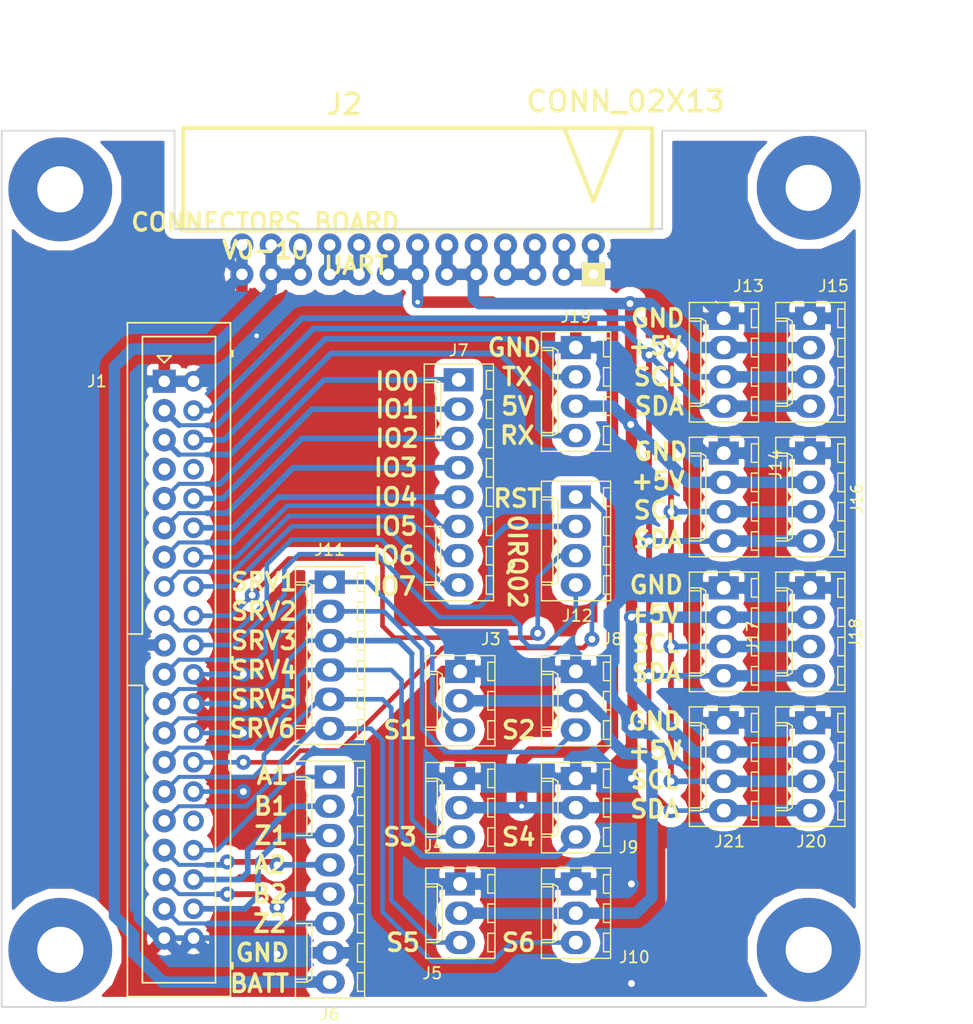
<source format=kicad_pcb>
(kicad_pcb (version 4) (host pcbnew 4.0.6)
  (title_block (title "CONNECTORS BOARD") (date 2017-11-19) (rev V0.20) (company F4DEB))
  (layers (0 F.Cu signal) (31 B.Cu signal) (34 B.Paste user) (35 F.Paste user) (36 B.SilkS user) (37 F.SilkS user) (38 B.Mask user) (39 F.Mask user) (44 Edge.Cuts user))
  (net 0 "")
  (net 1 GND)
  (net 2 /SDA)
  (net 3 /SCL)
  (net 4 /RX)
  (net 5 /TX)
  (net 6 "Net-(J1-Pad7)")
  (net 7 "Net-(J1-Pad8)")
  (net 8 /IO0)
  (net 9 /IO1)
  (net 10 /IO2)
  (net 11 /IO3)
  (net 12 /IO4)
  (net 13 /IO5)
  (net 14 /IO6)
  (net 15 /IO7)
  (net 16 /IRQ1)
  (net 17 /IRQ2)
  (net 18 /SERV1)
  (net 19 /SERV2)
  (net 20 /SERV3)
  (net 21 /SERV4)
  (net 22 /RST)
  (net 23 /SERV5)
  (net 24 /SERV6)
  (net 25 "Net-(J1-Pad32)")
  (net 26 /A2)
  (net 27 /A1)
  (net 28 /B2)
  (net 29 /B1)
  (net 30 /Z2)
  (net 31 /Z1)
  (net 32 +BATT)
  (net 33 +12V)
  (net 34 +5VA)
  (net 35 +5V)
  (net 36 +3V3)
  (net 37 /IRQ0)
  (net 38 "Net-(K1-Pad1)")
  (net 39 "Net-(K2-Pad1)")
  (net 40 "Net-(K3-Pad1)")
  (net 41 "Net-(K4-Pad1)")
  (module Connectors_Molex:Molex_KK-6410-03_03x2.54mm_Straight (layer F.Cu) (at 145.923 119.634 270)
    (fp_text reference J10 (at 6.35 -5.08 360) (layer F.SilkS))
    (fp_text value CONN_01X03 hide)
    (pad 1 thru_hole rect (at 0 0 270) (size 2 2.6) (drill 1.2) (layers *.Cu *.Mask) (net 1 GND))
    (pad 2 thru_hole oval (at 2.54 0 270) (size 2 2.6) (drill 1.2) (layers *.Cu *.Mask) (net 34 +5VA))
    (pad 3 thru_hole oval (at 5.08 0 270) (size 2 2.6) (drill 1.2) (layers *.Cu *.Mask) (net 24 /SERV6))
  )
  (module Connectors_Molex:Molex_KK-6410-03_03x2.54mm_Straight (layer F.Cu) (at 135.89 110.49 270)
    (fp_text reference J4 (at 5.842 2.286 360) (layer F.SilkS))
    (fp_text value CONN_01X03 hide)
    (pad 1 thru_hole rect (at 0 0 270) (size 2 2.6) (drill 1.2) (layers *.Cu *.Mask) (net 1 GND))
    (pad 2 thru_hole oval (at 2.54 0 270) (size 2 2.6) (drill 1.2) (layers *.Cu *.Mask) (net 34 +5VA))
    (pad 3 thru_hole oval (at 5.08 0 270) (size 2 2.6) (drill 1.2) (layers *.Cu *.Mask) (net 20 /SERV3))
  )
  (module Connectors_Molex:Molex_KK-6410-03_03x2.54mm_Straight (layer F.Cu) (at 145.923 110.49 270)
    (fp_text reference J9 (at 5.969 -4.572 360) (layer F.SilkS))
    (fp_text value CONN_01X03 hide)
    (pad 1 thru_hole rect (at 0 0 270) (size 2 2.6) (drill 1.2) (layers *.Cu *.Mask) (net 1 GND))
    (pad 2 thru_hole oval (at 2.54 0 270) (size 2 2.6) (drill 1.2) (layers *.Cu *.Mask) (net 34 +5VA))
    (pad 3 thru_hole oval (at 5.08 0 270) (size 2 2.6) (drill 1.2) (layers *.Cu *.Mask) (net 21 /SERV4))
  )
  (module f4deb-mod-library:he10-26c-f (layer F.Cu) (at 147.447 66.802)
    (fp_text reference J2 (at -21.59 -14.732) (layer F.SilkS) (effects (font (size 1.778 1.778) (thickness 0.3048))))
    (fp_text value CONN_02X13 (at 2.794 -14.986 180) (layer F.SilkS) (effects (font (size 1.778 1.778) (thickness 0.3048))))
    (pad 1 thru_hole rect (at 0 0 180) (size 2 2) (drill 0.8128) (layers *.Cu *.Mask F.SilkS) (net 1 GND))
    (pad 2 thru_hole circle (at 0 -2.54) (size 2 2) (drill 1) (layers *.Cu *.Mask) (net 1 GND))
    (pad 3 thru_hole circle (at -2.54 0) (size 2 2) (drill 1) (layers *.Cu *.Mask) (net 1 GND))
    (pad 4 thru_hole circle (at -2.54 -2.54) (size 2 2) (drill 1) (layers *.Cu *.Mask) (net 1 GND))
    (pad 5 thru_hole circle (at -5.08 0) (size 2 2) (drill 1) (layers *.Cu *.Mask) (net 36 +3V3))
    (pad 6 thru_hole circle (at -5.08 -2.54) (size 2 2) (drill 1) (layers *.Cu *.Mask) (net 36 +3V3))
    (pad 7 thru_hole circle (at -7.62 0) (size 2 2) (drill 1) (layers *.Cu *.Mask) (net 36 +3V3))
    (pad 8 thru_hole circle (at -7.62 -2.54) (size 2 2) (drill 1) (layers *.Cu *.Mask) (net 36 +3V3))
    (pad 9 thru_hole circle (at -10.16 0) (size 2 2) (drill 1) (layers *.Cu *.Mask) (net 35 +5V))
    (pad 10 thru_hole circle (at -10.16 -2.54) (size 2 2) (drill 1) (layers *.Cu *.Mask) (net 35 +5V))
    (pad 11 thru_hole circle (at -12.7 0) (size 2 2) (drill 1) (layers *.Cu *.Mask) (net 35 +5V))
    (pad 12 thru_hole circle (at -12.7 -2.54) (size 2 2) (drill 1) (layers *.Cu *.Mask) (net 35 +5V))
    (pad 13 thru_hole circle (at -15.24 0) (size 2 2) (drill 1) (layers *.Cu *.Mask) (net 34 +5VA))
    (pad 14 thru_hole circle (at -15.24 -2.54) (size 2 2) (drill 1) (layers *.Cu *.Mask) (net 34 +5VA))
    (pad 15 thru_hole circle (at -17.78 0) (size 2 2) (drill 1) (layers *.Cu *.Mask) (net 34 +5VA))
    (pad 16 thru_hole circle (at -17.78 -2.54) (size 2 2) (drill 1) (layers *.Cu *.Mask) (net 34 +5VA))
    (pad 17 thru_hole circle (at -20.32 0) (size 2 2) (drill 1) (layers *.Cu *.Mask) (net 33 +12V))
    (pad 18 thru_hole circle (at -20.32 -2.54) (size 2 2) (drill 1) (layers *.Cu *.Mask) (net 33 +12V))
    (pad 19 thru_hole circle (at -22.86 0) (size 2 2) (drill 1) (layers *.Cu *.Mask) (net 33 +12V))
    (pad 20 thru_hole circle (at -22.86 -2.54) (size 2 2) (drill 1) (layers *.Cu *.Mask) (net 33 +12V))
    (pad 21 thru_hole circle (at -25.4 0) (size 2 2) (drill 1) (layers *.Cu *.Mask) (net 32 +BATT))
    (pad 22 thru_hole circle (at -25.4 -2.54) (size 2 2) (drill 1) (layers *.Cu *.Mask) (net 32 +BATT))
    (pad 23 thru_hole circle (at -27.94 0) (size 2 2) (drill 1) (layers *.Cu *.Mask) (net 32 +BATT))
    (pad 24 thru_hole circle (at -27.94 -2.54) (size 2 2) (drill 1) (layers *.Cu *.Mask) (net 32 +BATT))
    (pad 25 thru_hole circle (at -30.48 0) (size 2 2) (drill 1) (layers *.Cu *.Mask) (net 1 GND))
    (pad 26 thru_hole circle (at -30.48 -2.54) (size 2 2) (drill 1) (layers *.Cu *.Mask) (net 1 GND))
  )
  (module Connectors_Molex:Molex_KK-6410-08_08x2.54mm_Straight (layer F.Cu) (at 124.587 110.363 270)
    (fp_text reference J6 (at 20.574 0 360) (layer F.SilkS))
    (fp_text value CONN_01X08 hide)
    (pad 1 thru_hole rect (at 0 0 270) (size 2 2.6) (drill 1.2) (layers *.Cu *.Mask) (net 27 /A1))
    (pad 2 thru_hole oval (at 2.54 0 270) (size 2 2.6) (drill 1.2) (layers *.Cu *.Mask) (net 29 /B1))
    (pad 3 thru_hole oval (at 5.08 0 270) (size 2 2.6) (drill 1.2) (layers *.Cu *.Mask) (net 31 /Z1))
    (pad 4 thru_hole oval (at 7.62 0 270) (size 2 2.6) (drill 1.2) (layers *.Cu *.Mask) (net 26 /A2))
    (pad 5 thru_hole oval (at 10.16 0 270) (size 2 2.6) (drill 1.2) (layers *.Cu *.Mask) (net 28 /B2))
    (pad 6 thru_hole oval (at 12.7 0 270) (size 2 2.6) (drill 1.2) (layers *.Cu *.Mask) (net 30 /Z2))
    (pad 7 thru_hole oval (at 15.24 0 270) (size 2 2.6) (drill 1.2) (layers *.Cu *.Mask) (net 1 GND))
    (pad 8 thru_hole oval (at 17.78 0 270) (size 2 2.6) (drill 1.2) (layers *.Cu *.Mask) (net 32 +BATT))
  )
  (module Connectors_Multicomp:Multicomp_MC9A12-4034_2x20x2.54mm_Straight (layer F.Cu) (at 110.236 76.073 270)
    (fp_text reference J1 (at 0 5.842 360) (layer F.SilkS))
    (fp_text value CONN_02X20 hide)
    (pad 1 thru_hole rect (at 0 0 270) (size 2 2) (drill 1) (layers *.Cu *.Mask) (net 1 GND))
    (pad 2 thru_hole circle (at 0 -2.54 270) (size 1.78 1.78) (drill 1) (layers *.Cu *.Mask) (net 1 GND))
    (pad 3 thru_hole circle (at 2.54 0 270) (size 2 2) (drill 1) (layers *.Cu *.Mask) (net 2 /SDA))
    (pad 4 thru_hole circle (at 2.54 -2.54 270) (size 1.78 1.78) (drill 1) (layers *.Cu *.Mask) (net 3 /SCL))
    (pad 5 thru_hole circle (at 5.08 0 270) (size 2 2) (drill 1) (layers *.Cu *.Mask) (net 4 /RX))
    (pad 6 thru_hole circle (at 5.08 -2.54 270) (size 1.78 1.78) (drill 1) (layers *.Cu *.Mask) (net 5 /TX))
    (pad 7 thru_hole circle (at 7.62 0 270) (size 2 2) (drill 1) (layers *.Cu *.Mask) (net 6 "Net-(J1-Pad7)"))
    (pad 8 thru_hole circle (at 7.62 -2.54 270) (size 1.78 1.78) (drill 1) (layers *.Cu *.Mask) (net 7 "Net-(J1-Pad8)"))
    (pad 9 thru_hole circle (at 10.16 0 270) (size 2 2) (drill 1) (layers *.Cu *.Mask) (net 8 /IO0))
    (pad 10 thru_hole circle (at 10.16 -2.54 270) (size 1.78 1.78) (drill 1) (layers *.Cu *.Mask) (net 9 /IO1))
    (pad 11 thru_hole circle (at 12.7 0 270) (size 2 2) (drill 1) (layers *.Cu *.Mask) (net 10 /IO2))
    (pad 12 thru_hole circle (at 12.7 -2.54 270) (size 1.78 1.78) (drill 1) (layers *.Cu *.Mask) (net 11 /IO3))
    (pad 13 thru_hole circle (at 15.24 0 270) (size 2 2) (drill 1) (layers *.Cu *.Mask) (net 12 /IO4))
    (pad 14 thru_hole circle (at 15.24 -2.54 270) (size 1.78 1.78) (drill 1) (layers *.Cu *.Mask) (net 13 /IO5))
    (pad 15 thru_hole circle (at 17.78 0 270) (size 1.78 1.78) (drill 1) (layers *.Cu *.Mask) (net 14 /IO6))
    (pad 16 thru_hole circle (at 17.78 -2.54 270) (size 1.78 1.78) (drill 1) (layers *.Cu *.Mask) (net 15 /IO7))
    (pad 17 thru_hole circle (at 20.32 0 270) (size 1.78 1.78) (drill 1) (layers *.Cu *.Mask) (net 37 /IRQ0))
    (pad 18 thru_hole circle (at 20.32 -2.54 270) (size 1.7 1.7) (drill 1) (layers *.Cu *.Mask) (net 16 /IRQ1))
    (pad 19 thru_hole circle (at 22.86 0 270) (size 2 2) (drill 1) (layers *.Cu *.Mask) (net 1 GND))
    (pad 20 thru_hole circle (at 22.86 -2.54 270) (size 1.78 1.78) (drill 1) (layers *.Cu *.Mask) (net 17 /IRQ2))
    (pad 21 thru_hole circle (at 25.4 0 270) (size 2 2) (drill 1) (layers *.Cu *.Mask) (net 18 /SERV1))
    (pad 22 thru_hole circle (at 25.4 -2.54 270) (size 1.78 1.78) (drill 1) (layers *.Cu *.Mask) (net 1 GND))
    (pad 23 thru_hole circle (at 27.94 0 270) (size 2 2) (drill 1) (layers *.Cu *.Mask) (net 19 /SERV2))
    (pad 24 thru_hole circle (at 27.94 -2.54 270) (size 1.78 1.78) (drill 1) (layers *.Cu *.Mask) (net 1 GND))
    (pad 25 thru_hole circle (at 30.48 0 270) (size 2 2) (drill 1) (layers *.Cu *.Mask) (net 20 /SERV3))
    (pad 26 thru_hole circle (at 30.48 -2.54 270) (size 1.7 1.7) (drill 1) (layers *.Cu *.Mask) (net 1 GND))
    (pad 27 thru_hole circle (at 33.02 0 270) (size 2 2) (drill 1) (layers *.Cu *.Mask) (net 21 /SERV4))
    (pad 28 thru_hole circle (at 33.02 -2.54 270) (size 1.78 1.78) (drill 1) (layers *.Cu *.Mask) (net 22 /RST))
    (pad 29 thru_hole circle (at 35.56 0 270) (size 2 2) (drill 1) (layers *.Cu *.Mask) (net 23 /SERV5))
    (pad 30 thru_hole circle (at 35.56 -2.54 270) (size 1.78 1.78) (drill 1) (layers *.Cu *.Mask) (net 1 GND))
    (pad 31 thru_hole circle (at 38.1 0 270) (size 2 2) (drill 1) (layers *.Cu *.Mask) (net 24 /SERV6))
    (pad 32 thru_hole circle (at 38.1 -2.54 270) (size 1.78 1.78) (drill 1) (layers *.Cu *.Mask) (net 25 "Net-(J1-Pad32)"))
    (pad 33 thru_hole circle (at 40.64 0 270) (size 2 2) (drill 1) (layers *.Cu *.Mask) (net 26 /A2))
    (pad 34 thru_hole circle (at 40.64 -2.54 270) (size 1.78 1.78) (drill 1) (layers *.Cu *.Mask) (net 27 /A1))
    (pad 35 thru_hole circle (at 43.18 0 270) (size 2 2) (drill 1) (layers *.Cu *.Mask) (net 28 /B2))
    (pad 36 thru_hole circle (at 43.18 -2.54 270) (size 1.78 1.78) (drill 1) (layers *.Cu *.Mask) (net 29 /B1))
    (pad 37 thru_hole circle (at 45.72 0 270) (size 2 2) (drill 1) (layers *.Cu *.Mask) (net 30 /Z2))
    (pad 38 thru_hole circle (at 45.72 -2.54 270) (size 1.78 1.78) (drill 1) (layers *.Cu *.Mask) (net 31 /Z1))
    (pad 39 thru_hole circle (at 48.26 0 270) (size 2 2) (drill 1) (layers *.Cu *.Mask) (net 1 GND))
    (pad 40 thru_hole circle (at 48.26 -2.54 270) (size 1.78 1.78) (drill 1) (layers *.Cu *.Mask) (net 1 GND))
  )
  (module Connectors_Molex:Molex_KK-6410-08_08x2.54mm_Straight (layer F.Cu) (at 135.763 75.946 270)
    (fp_text reference J7 (at -2.54 0 360) (layer F.SilkS))
    (fp_text value CONN_01X08 hide)
    (pad 1 thru_hole rect (at 0 0 270) (size 2 2.6) (drill 1.2) (layers *.Cu *.Mask) (net 8 /IO0))
    (pad 2 thru_hole oval (at 2.54 0 270) (size 2 2.6) (drill 1.2) (layers *.Cu *.Mask) (net 9 /IO1))
    (pad 3 thru_hole oval (at 5.08 0 270) (size 2 2.6) (drill 1.2) (layers *.Cu *.Mask) (net 10 /IO2))
    (pad 4 thru_hole oval (at 7.62 0 270) (size 2 2.6) (drill 1.2) (layers *.Cu *.Mask) (net 11 /IO3))
    (pad 5 thru_hole oval (at 10.16 0 270) (size 2 2.6) (drill 1.2) (layers *.Cu *.Mask) (net 12 /IO4))
    (pad 6 thru_hole oval (at 12.7 0 270) (size 2 2.6) (drill 1.2) (layers *.Cu *.Mask) (net 13 /IO5))
    (pad 7 thru_hole oval (at 15.24 0 270) (size 2 2.6) (drill 1.2) (layers *.Cu *.Mask) (net 14 /IO6))
    (pad 8 thru_hole oval (at 17.78 0 270) (size 2 2.6) (drill 1.2) (layers *.Cu *.Mask) (net 15 /IO7))
  )
  (module Connectors_Molex:Molex_KK-6410-06_06x2.54mm_Straight (layer F.Cu) (at 124.587 93.472 270)
    (fp_text reference J11 (at -2.794 0 360) (layer F.SilkS))
    (fp_text value CONN_01X06 hide)
    (pad 1 thru_hole rect (at 0 0 270) (size 2 2.6) (drill 1.2) (layers *.Cu *.Mask) (net 18 /SERV1))
    (pad 2 thru_hole oval (at 2.54 0 270) (size 2 2.6) (drill 1.2) (layers *.Cu *.Mask) (net 19 /SERV2))
    (pad 3 thru_hole oval (at 5.08 0 270) (size 2 2.6) (drill 1.2) (layers *.Cu *.Mask) (net 20 /SERV3))
    (pad 4 thru_hole oval (at 7.62 0 270) (size 2 2.6) (drill 1.2) (layers *.Cu *.Mask) (net 21 /SERV4))
    (pad 5 thru_hole oval (at 10.16 0 270) (size 2 2.6) (drill 1.2) (layers *.Cu *.Mask) (net 23 /SERV5))
    (pad 6 thru_hole oval (at 12.7 0 270) (size 2 2.6) (drill 1.2) (layers *.Cu *.Mask) (net 24 /SERV6))
  )
  (module Connectors_Molex:Molex_KK-6410-04_04x2.54mm_Straight (layer F.Cu) (at 145.923 86.106 270)
    (fp_text reference J12 (at 10.287 -0.127 360) (layer F.SilkS))
    (fp_text value CONN_01X04 hide)
    (pad 1 thru_hole rect (at 0 0 270) (size 2 2.6) (drill 1.2) (layers *.Cu *.Mask) (net 22 /RST))
    (pad 2 thru_hole oval (at 2.54 0 270) (size 2 2.6) (drill 1.2) (layers *.Cu *.Mask) (net 37 /IRQ0))
    (pad 3 thru_hole oval (at 5.08 0 270) (size 2 2.6) (drill 1.2) (layers *.Cu *.Mask) (net 16 /IRQ1))
    (pad 4 thru_hole oval (at 7.62 0 270) (size 2 2.6) (drill 1.2) (layers *.Cu *.Mask) (net 17 /IRQ2))
  )
  (module Connectors_Molex:Molex_KK-6410-04_04x2.54mm_Straight (layer F.Cu) (at 145.923 73.152 270)
    (fp_text reference J19 (at -2.667 0 360) (layer F.SilkS))
    (fp_text value CONN_01X04 hide)
    (pad 1 thru_hole rect (at 0 0 270) (size 2 2.6) (drill 1.2) (layers *.Cu *.Mask) (net 1 GND))
    (pad 2 thru_hole oval (at 2.54 0 270) (size 2 2.6) (drill 1.2) (layers *.Cu *.Mask) (net 5 /TX))
    (pad 3 thru_hole oval (at 5.08 0 270) (size 2 2.6) (drill 1.2) (layers *.Cu *.Mask) (net 35 +5V))
    (pad 4 thru_hole oval (at 7.62 0 270) (size 2 2.6) (drill 1.2) (layers *.Cu *.Mask) (net 4 /RX))
  )
  (module Connectors_Molex:Molex_KK-6410-03_03x2.54mm_Straight (layer F.Cu) (at 135.89 101.219 270)
    (fp_text reference J3 (at -2.794 -2.667 360) (layer F.SilkS))
    (fp_text value CONN_01X03 hide)
    (pad 1 thru_hole rect (at 0 0 270) (size 2 2.6) (drill 1.2) (layers *.Cu *.Mask) (net 1 GND))
    (pad 2 thru_hole oval (at 2.54 0 270) (size 2 2.6) (drill 1.2) (layers *.Cu *.Mask) (net 34 +5VA))
    (pad 3 thru_hole oval (at 5.08 0 270) (size 2 2.6) (drill 1.2) (layers *.Cu *.Mask) (net 18 /SERV1))
  )
  (module Connectors_Molex:Molex_KK-6410-03_03x2.54mm_Straight (layer F.Cu) (at 135.89 119.634 270)
    (fp_text reference J5 (at 7.747 2.413 360) (layer F.SilkS))
    (fp_text value CONN_01X03 hide)
    (pad 1 thru_hole rect (at 0 0 270) (size 2 2.6) (drill 1.2) (layers *.Cu *.Mask) (net 1 GND))
    (pad 2 thru_hole oval (at 2.54 0 270) (size 2 2.6) (drill 1.2) (layers *.Cu *.Mask) (net 34 +5VA))
    (pad 3 thru_hole oval (at 5.08 0 270) (size 2 2.6) (drill 1.2) (layers *.Cu *.Mask) (net 23 /SERV5))
  )
  (module Connectors_Molex:Molex_KK-6410-03_03x2.54mm_Straight (layer F.Cu) (at 145.923 101.219 270)
    (fp_text reference J8 (at -2.794 -3.175 360) (layer F.SilkS))
    (fp_text value CONN_01X03 hide)
    (pad 1 thru_hole rect (at 0 0 270) (size 2 2.6) (drill 1.2) (layers *.Cu *.Mask) (net 1 GND))
    (pad 2 thru_hole oval (at 2.54 0 270) (size 2 2.6) (drill 1.2) (layers *.Cu *.Mask) (net 34 +5VA))
    (pad 3 thru_hole oval (at 5.08 0 270) (size 2 2.6) (drill 1.2) (layers *.Cu *.Mask) (net 19 /SERV2))
  )
  (module CEN-PCB:COLONETTE (layer F.Cu) (at 101.219 59.436)
    (fp_text reference K1 (at 0 0) (layer F.SilkS) (effects (font (thickness 0.3048))))
    (fp_text value COLONETTE hide)
    (pad 1 thru_hole circle (at 0 0) (size 8.99922 8.99922) (drill 4.0005) (layers *.Cu) (net 38 "Net-(K1-Pad1)"))
    (pad 1 thru_hole circle (at 0 0) (size 2 2) (drill 0.6) (layers *.Cu *.Mask F.SilkS) (net 38 "Net-(K1-Pad1)"))
  )
  (module CEN-PCB:COLONETTE (layer F.Cu) (at 166.116 59.309)
    (fp_text reference K2 (at 0 0) (layer F.SilkS) (effects (font (thickness 0.3048))))
    (fp_text value COLONETTE hide)
    (pad 1 thru_hole circle (at 0 0) (size 8.99922 8.99922) (drill 4.0005) (layers *.Cu) (net 39 "Net-(K2-Pad1)"))
    (pad 1 thru_hole circle (at 0 0) (size 2 2) (drill 0.6) (layers *.Cu *.Mask F.SilkS) (net 39 "Net-(K2-Pad1)"))
  )
  (module CEN-PCB:COLONETTE (layer F.Cu) (at 101.219 125.349)
    (fp_text reference K3 (at 0 0) (layer F.SilkS) (effects (font (thickness 0.3048))))
    (fp_text value COLONETTE hide)
    (pad 1 thru_hole circle (at 0 0) (size 8.99922 8.99922) (drill 4.0005) (layers *.Cu) (net 40 "Net-(K3-Pad1)"))
    (pad 1 thru_hole circle (at 0 0) (size 2 2) (drill 0.6) (layers *.Cu *.Mask F.SilkS) (net 40 "Net-(K3-Pad1)"))
  )
  (module CEN-PCB:COLONETTE (layer F.Cu) (at 166.116 125.349)
    (fp_text reference K4 (at 0 0) (layer F.SilkS) (effects (font (thickness 0.3048))))
    (fp_text value COLONETTE hide)
    (pad 1 thru_hole circle (at 0 0) (size 8.99922 8.99922) (drill 4.0005) (layers *.Cu) (net 41 "Net-(K4-Pad1)"))
    (pad 1 thru_hole circle (at 0 0) (size 2 2) (drill 0.6) (layers *.Cu *.Mask F.SilkS) (net 41 "Net-(K4-Pad1)"))
  )
  (module Connectors_Molex:Molex_KK-6410-04_04x2.54mm_Straight (layer F.Cu) (at 158.75 70.612 270)
    (fp_text reference J13 (at -2.794 -2.159 360) (layer F.SilkS))
    (fp_text value CONN_01X04 hide)
    (pad 1 thru_hole rect (at 0 0 270) (size 2 2.6) (drill 1.2) (layers *.Cu *.Mask) (net 1 GND))
    (pad 2 thru_hole oval (at 2.54 0 270) (size 2 2.6) (drill 1.2) (layers *.Cu *.Mask) (net 35 +5V))
    (pad 3 thru_hole oval (at 5.08 0 270) (size 2 2.6) (drill 1.2) (layers *.Cu *.Mask) (net 3 /SCL))
    (pad 4 thru_hole oval (at 7.62 0 270) (size 2 2.6) (drill 1.2) (layers *.Cu *.Mask) (net 2 /SDA))
  )
  (module Connectors_Molex:Molex_KK-6410-04_04x2.54mm_Straight (layer F.Cu) (at 158.75 82.296 270)
    (fp_text reference J14 (at 1 -4.5 270) (layer F.SilkS))
    (fp_text value CONN_01X04 hide)
    (pad 1 thru_hole rect (at 0 0 270) (size 2 2.6) (drill 1.2) (layers *.Cu *.Mask) (net 1 GND))
    (pad 2 thru_hole oval (at 2.54 0 270) (size 2 2.6) (drill 1.2) (layers *.Cu *.Mask) (net 35 +5V))
    (pad 3 thru_hole oval (at 5.08 0 270) (size 2 2.6) (drill 1.2) (layers *.Cu *.Mask) (net 3 /SCL))
    (pad 4 thru_hole oval (at 7.62 0 270) (size 2 2.6) (drill 1.2) (layers *.Cu *.Mask) (net 2 /SDA))
  )
  (module Connectors_Molex:Molex_KK-6410-04_04x2.54mm_Straight (layer F.Cu) (at 166.243 70.612 270)
    (fp_text reference J15 (at -2.794 -2.032 360) (layer F.SilkS))
    (fp_text value CONN_01X04 hide)
    (pad 1 thru_hole rect (at 0 0 270) (size 2 2.6) (drill 1.2) (layers *.Cu *.Mask) (net 1 GND))
    (pad 2 thru_hole oval (at 2.54 0 270) (size 2 2.6) (drill 1.2) (layers *.Cu *.Mask) (net 35 +5V))
    (pad 3 thru_hole oval (at 5.08 0 270) (size 2 2.6) (drill 1.2) (layers *.Cu *.Mask) (net 3 /SCL))
    (pad 4 thru_hole oval (at 7.62 0 270) (size 2 2.6) (drill 1.2) (layers *.Cu *.Mask) (net 2 /SDA))
  )
  (module Connectors_Molex:Molex_KK-6410-04_04x2.54mm_Straight (layer F.Cu) (at 166.243 82.296 270)
    (fp_text reference J16 (at 3.937 -4.064 270) (layer F.SilkS))
    (fp_text value CONN_01X04 hide)
    (pad 1 thru_hole rect (at 0 0 270) (size 2 2.6) (drill 1.2) (layers *.Cu *.Mask) (net 1 GND))
    (pad 2 thru_hole oval (at 2.54 0 270) (size 2 2.6) (drill 1.2) (layers *.Cu *.Mask) (net 35 +5V))
    (pad 3 thru_hole oval (at 5.08 0 270) (size 2 2.6) (drill 1.2) (layers *.Cu *.Mask) (net 3 /SCL))
    (pad 4 thru_hole oval (at 7.62 0 270) (size 2 2.6) (drill 1.2) (layers *.Cu *.Mask) (net 2 /SDA))
  )
  (module Connectors_Molex:Molex_KK-6410-04_04x2.54mm_Straight (layer F.Cu) (at 158.75 93.98 270)
    (fp_text reference J17 (at 4.191 -2.54 450) (layer F.SilkS))
    (fp_text value CONN_01X04 hide)
    (pad 1 thru_hole rect (at 0 0 270) (size 2 2.6) (drill 1.2) (layers *.Cu *.Mask) (net 1 GND))
    (pad 2 thru_hole oval (at 2.54 0 270) (size 2 2.6) (drill 1.2) (layers *.Cu *.Mask) (net 35 +5V))
    (pad 3 thru_hole oval (at 5.08 0 270) (size 2 2.6) (drill 1.2) (layers *.Cu *.Mask) (net 3 /SCL))
    (pad 4 thru_hole oval (at 7.62 0 270) (size 2 2.6) (drill 1.2) (layers *.Cu *.Mask) (net 2 /SDA))
  )
  (module Connectors_Molex:Molex_KK-6410-04_04x2.54mm_Straight (layer F.Cu) (at 166.243 93.98 270)
    (fp_text reference J18 (at 3.937 -3.937 270) (layer F.SilkS))
    (fp_text value CONN_01X04 hide)
    (pad 1 thru_hole rect (at 0 0 270) (size 2 2.6) (drill 1.2) (layers *.Cu *.Mask) (net 1 GND))
    (pad 2 thru_hole oval (at 2.54 0 270) (size 2 2.6) (drill 1.2) (layers *.Cu *.Mask) (net 35 +5V))
    (pad 3 thru_hole oval (at 5.08 0 270) (size 2 2.6) (drill 1.2) (layers *.Cu *.Mask) (net 3 /SCL))
    (pad 4 thru_hole oval (at 7.62 0 270) (size 2 2.6) (drill 1.2) (layers *.Cu *.Mask) (net 2 /SDA))
  )
  (module Connectors_Molex:Molex_KK-6410-04_04x2.54mm_Straight (layer F.Cu) (at 166.243 105.664 270)
    (fp_text reference J20 (at 10.287 -0.127 360) (layer F.SilkS))
    (fp_text value CONN_01X04 hide)
    (pad 1 thru_hole rect (at 0 0 270) (size 2 2.6) (drill 1.2) (layers *.Cu *.Mask) (net 1 GND))
    (pad 2 thru_hole oval (at 2.54 0 270) (size 2 2.6) (drill 1.2) (layers *.Cu *.Mask) (net 35 +5V))
    (pad 3 thru_hole oval (at 5.08 0 270) (size 2 2.6) (drill 1.2) (layers *.Cu *.Mask) (net 3 /SCL))
    (pad 4 thru_hole oval (at 7.62 0 270) (size 2 2.6) (drill 1.2) (layers *.Cu *.Mask) (net 2 /SDA))
  )
  (module Connectors_Molex:Molex_KK-6410-04_04x2.54mm_Straight (layer F.Cu) (at 158.75 105.664 270)
    (fp_text reference J21 (at 10.287 -0.508 360) (layer F.SilkS))
    (fp_text value CONN_01X04 hide)
    (pad 1 thru_hole rect (at 0 0 270) (size 2 2.6) (drill 1.2) (layers *.Cu *.Mask) (net 1 GND))
    (pad 2 thru_hole oval (at 2.54 0 270) (size 2 2.6) (drill 1.2) (layers *.Cu *.Mask) (net 35 +5V))
    (pad 3 thru_hole oval (at 5.08 0 270) (size 2 2.6) (drill 1.2) (layers *.Cu *.Mask) (net 3 /SCL))
    (pad 4 thru_hole oval (at 7.62 0 270) (size 2 2.6) (drill 1.2) (layers *.Cu *.Mask) (net 2 /SDA))
  )
  (gr_line (start 153.416 54.356) (end 171.069 54.356) (angle 90) (layer Edge.Cuts) (width 0.15))
  (gr_line (start 153.416 62.865) (end 153.416 54.356) (angle 90) (layer Edge.Cuts) (width 0.15))
  (gr_line (start 111.125 62.865) (end 153.416 62.865) (angle 90) (layer Edge.Cuts) (width 0.15))
  (gr_line (start 111.125 54.356) (end 111.125 62.865) (angle 90) (layer Edge.Cuts) (width 0.15))
  (gr_line (start 96.139 54.356) (end 111.125 54.356) (angle 90) (layer Edge.Cuts) (width 0.15))
  (gr_text "CONNECTORS BOARD\nV0-10" (at 118.999 63.5) (layer F.SilkS) (effects (font (size 1.5 1.5) (thickness 0.3))))
  (gr_line (start 96.139 130.302) (end 96.139 54.356) (angle 90) (layer Edge.Cuts) (width 0.15))
  (gr_line (start 171.069 130.302) (end 96.139 130.302) (angle 90) (layer Edge.Cuts) (width 0.15))
  (gr_line (start 171.069 54.356) (end 171.069 130.302) (angle 90) (layer Edge.Cuts) (width 0.15))
  (gr_text "Connectors Board\nF4DEB" (at 99.949 91.821 90) (layer F.Cu) (effects (font (size 1.5 1.5) (thickness 0.3))))
  (gr_text "V0-20\n12/2017" (at 156.972 122.428 90) (layer F.Cu) (effects (font (size 1.5 1.5) (thickness 0.3))))
  (gr_text GND (at 152.781 105.537) (layer F.SilkS) (effects (font (size 1.5 1.5) (thickness 0.3))))
  (gr_text +5V (at 152.781 108.077) (layer F.SilkS) (effects (font (size 1.5 1.5) (thickness 0.3))))
  (gr_text SCL (at 152.781 110.617) (layer F.SilkS) (effects (font (size 1.5 1.5) (thickness 0.3))))
  (gr_text SDA (at 152.781 113.157) (layer F.SilkS) (effects (font (size 1.5 1.5) (thickness 0.3))))
  (gr_text SDA (at 152.908 101.346) (layer F.SilkS) (effects (font (size 1.5 1.5) (thickness 0.3))))
  (gr_text SCL (at 152.908 98.806) (layer F.SilkS) (effects (font (size 1.5 1.5) (thickness 0.3))))
  (gr_text +5V (at 153.035 84.709) (layer F.SilkS) (effects (font (size 1.5 1.5) (thickness 0.3))))
  (gr_text GND (at 152.908 93.726) (layer F.SilkS) (effects (font (size 1.5 1.5) (thickness 0.3))))
  (gr_text GND (at 153.289 82.169) (layer F.SilkS) (effects (font (size 1.5 1.5) (thickness 0.3))))
  (gr_text +5V (at 152.654 96.266) (layer F.SilkS) (effects (font (size 1.5 1.5) (thickness 0.3))))
  (gr_text SCL (at 153.035 87.249) (layer F.SilkS) (effects (font (size 1.5 1.5) (thickness 0.3))))
  (gr_text SDA (at 153.035 89.789) (layer F.SilkS) (effects (font (size 1.5 1.5) (thickness 0.3))))
  (gr_text 5V (at 140.843 78.232) (layer F.SilkS) (effects (font (size 1.5 1.5) (thickness 0.3))))
  (gr_text GND (at 140.589 73.152) (layer F.SilkS) (effects (font (size 1.5 1.5) (thickness 0.3))))
  (gr_text GND (at 153.035 70.612) (layer F.SilkS) (effects (font (size 1.5 1.5) (thickness 0.3))))
  (gr_text +5V (at 152.781 73.025) (layer F.SilkS) (effects (font (size 1.5 1.5) (thickness 0.3))))
  (gr_text SCL (at 153.035 75.692) (layer F.SilkS) (effects (font (size 1.5 1.5) (thickness 0.3))))
  (gr_text SDA (at 153.162 78.232) (layer F.SilkS) (effects (font (size 1.5 1.5) (thickness 0.3))))
  (gr_text A1 (at 119.634 110.236) (layer F.SilkS) (effects (font (size 1.5 1.5) (thickness 0.3))))
  (gr_text B1 (at 119.507 112.903) (layer F.SilkS) (effects (font (size 1.5 1.5) (thickness 0.3))))
  (gr_text Z1 (at 119.507 115.443) (layer F.SilkS) (effects (font (size 1.5 1.5) (thickness 0.3))))
  (gr_text A2 (at 119.38 117.983) (layer F.SilkS) (effects (font (size 1.5 1.5) (thickness 0.3))))
  (gr_text B2 (at 119.38 120.523) (layer F.SilkS) (effects (font (size 1.5 1.5) (thickness 0.3))))
  (gr_text Z2 (at 119.38 123.063) (layer F.SilkS) (effects (font (size 1.5 1.5) (thickness 0.3))))
  (gr_text GND (at 118.745 125.603) (layer F.SilkS) (effects (font (size 1.5 1.5) (thickness 0.3))))
  (gr_text BATT (at 118.491 128.27) (layer F.SilkS) (effects (font (size 1.5 1.5) (thickness 0.3))))
  (gr_text S6 (at 140.97 124.714) (layer F.SilkS) (effects (font (size 1.5 1.5) (thickness 0.3))))
  (gr_text S5 (at 130.937 124.714) (layer F.SilkS) (effects (font (size 1.5 1.5) (thickness 0.3))))
  (gr_text S4 (at 140.97 115.57) (layer F.SilkS) (effects (font (size 1.5 1.5) (thickness 0.3))))
  (gr_text S3 (at 130.683 115.57) (layer F.SilkS) (effects (font (size 1.5 1.5) (thickness 0.3))))
  (gr_text S2 (at 140.97 106.299) (layer F.SilkS) (effects (font (size 1.5 1.5) (thickness 0.3))))
  (gr_text S1 (at 130.683 106.299) (layer F.SilkS) (effects (font (size 1.5 1.5) (thickness 0.3))))
  (gr_text RST (at 140.843 86.233) (layer F.SilkS) (effects (font (size 1.5 1.5) (thickness 0.3))))
  (gr_text 0IRQ02 (at 140.843 91.694 270) (layer F.SilkS) (effects (font (size 1.5 1.5) (thickness 0.3))))
  (gr_text TX (at 140.843 75.692) (layer F.SilkS) (effects (font (size 1.5 1.5) (thickness 0.3))))
  (gr_text RX (at 140.843 80.772) (layer F.SilkS) (effects (font (size 1.5 1.5) (thickness 0.3))))
  (gr_text UART (at 126.873 66.04) (layer F.SilkS) (effects (font (size 1.5 1.5) (thickness 0.3))))
  (gr_text SRV6 (at 118.745 106.172) (layer F.SilkS) (effects (font (size 1.5 1.5) (thickness 0.3))))
  (gr_text SRV5 (at 118.872 103.632) (layer F.SilkS) (effects (font (size 1.5 1.5) (thickness 0.3))))
  (gr_text SRV4 (at 118.872 101.092) (layer F.SilkS) (effects (font (size 1.5 1.5) (thickness 0.3))))
  (gr_text SRV3 (at 118.872 98.552) (layer F.SilkS) (effects (font (size 1.5 1.5) (thickness 0.3))))
  (gr_text SRV2 (at 118.872 96.012) (layer F.SilkS) (effects (font (size 1.5 1.5) (thickness 0.3))))
  (gr_text SRV1 (at 118.872 93.472) (layer F.SilkS) (effects (font (size 1.5 1.5) (thickness 0.3))))
  (gr_text IO7 (at 130.175 93.853) (layer F.SilkS) (effects (font (size 1.5 1.5) (thickness 0.3))))
  (gr_text IO6 (at 130.175 91.186) (layer F.SilkS) (effects (font (size 1.5 1.5) (thickness 0.3))))
  (gr_text IO5 (at 130.302 88.646) (layer F.SilkS) (effects (font (size 1.5 1.5) (thickness 0.3))))
  (gr_text IO4 (at 130.302 86.106) (layer F.SilkS) (effects (font (size 1.5 1.5) (thickness 0.3))))
  (gr_text IO3 (at 130.302 83.566) (layer F.SilkS) (effects (font (size 1.5 1.5) (thickness 0.3))))
  (gr_text IO2 (at 130.429 81.026) (layer F.SilkS) (effects (font (size 1.5 1.5) (thickness 0.3))))
  (gr_text "IO1\n" (at 130.429 78.486) (layer F.SilkS) (effects (font (size 1.5 1.5) (thickness 0.3))))
  (gr_text IO0 (at 130.429 76.073) (layer F.SilkS) (effects (font (size 1.5 1.5) (thickness 0.3))))
  (segment (start 147.447 66.802) (end 154.94 66.802) (width 1) (layer B.Cu) (net 1))
  (segment (start 154.94 66.802) (end 158.75 70.612) (width 1) (layer B.Cu) (net 1))
  (segment (start 112.776 76.073) (end 114.3 76.073) (width 1) (layer B.Cu) (net 1))
  (segment (start 116.967 70.866) (end 116.967 66.802) (width 1) (layer F.Cu) (net 1))
  (segment (start 118.237 72.136) (end 116.967 70.866) (width 1) (layer F.Cu) (net 1))
  (via (at 118.237 72.136) (size 0.6) (drill 0.4) (layers F.Cu B.Cu) (net 1))
  (segment (start 114.3 76.073) (end 118.237 72.136) (width 1) (layer B.Cu) (net 1))
  (segment (start 116.967 64.262) (end 116.967 66.802) (width 1) (layer B.Cu) (net 1))
  (segment (start 147.447 64.262) (end 147.447 66.802) (width 1) (layer B.Cu) (net 1))
  (segment (start 144.907 64.262) (end 144.907 66.802) (width 1) (layer B.Cu) (net 1))
  (segment (start 144.653 66.802) (end 147.193 66.802) (width 1) (layer B.Cu) (net 1))
  (segment (start 145.923 101.219) (end 148.336 101.219) (width 1) (layer B.Cu) (net 1))
  (segment (start 150.876 93.98) (end 158.75 93.98) (width 1) (layer B.Cu) (net 1))
  (segment (start 149.225 95.631) (end 150.876 93.98) (width 1) (layer B.Cu) (net 1))
  (segment (start 149.225 100.33) (end 149.225 95.631) (width 1) (layer B.Cu) (net 1))
  (segment (start 148.336 101.219) (end 149.225 100.33) (width 1) (layer B.Cu) (net 1))
  (segment (start 150.749 106.045) (end 150.749 105.283) (width 1) (layer B.Cu) (net 1))
  (segment (start 150.749 105.283) (end 146.685 101.219) (width 1) (layer B.Cu) (net 1))
  (segment (start 146.685 101.219) (end 145.923 101.219) (width 1) (layer B.Cu) (net 1))
  (segment (start 110.236 98.933) (end 108.077 98.933) (width 1) (layer B.Cu) (net 1))
  (segment (start 108.077 98.933) (end 108.331 98.933) (width 1) (layer B.Cu) (net 1))
  (segment (start 108.331 98.933) (end 108.077 98.933) (width 1) (layer B.Cu) (net 1))
  (segment (start 108.077 100.584) (end 108.077 98.933) (width 1) (layer B.Cu) (net 1))
  (segment (start 108.077 98.933) (end 108.077 76.708) (width 1) (layer B.Cu) (net 1))
  (segment (start 108.712 76.073) (end 110.236 76.073) (width 1) (layer B.Cu) (net 1))
  (segment (start 108.077 76.708) (end 108.712 76.073) (width 1) (layer B.Cu) (net 1))
  (segment (start 117.094 111.633) (end 120.65 111.633) (width 0.4) (layer F.Cu) (net 1))
  (via (at 120.015 125.73) (size 1.3) (drill 0.6) (layers F.Cu B.Cu) (net 1))
  (segment (start 121.539 124.206) (end 120.015 125.73) (width 0.4) (layer F.Cu) (net 1))
  (segment (start 121.539 112.522) (end 121.539 124.206) (width 0.4) (layer F.Cu) (net 1))
  (segment (start 120.65 111.633) (end 121.539 112.522) (width 0.4) (layer F.Cu) (net 1))
  (segment (start 120.015 125.73) (end 120.015 125.603) (width 0.4) (layer B.Cu) (net 1))
  (segment (start 120.015 125.603) (end 120.015 125.73) (width 0.4) (layer B.Cu) (net 1))
  (segment (start 120.015 125.73) (end 120.015 125.603) (width 0.4) (layer B.Cu) (net 1))
  (segment (start 145.923 110.49) (end 150.749 110.49) (width 1) (layer B.Cu) (net 1))
  (via (at 150.749 110.49) (size 1.3) (drill 0.6) (layers F.Cu B.Cu) (net 1))
  (segment (start 145.923 119.634) (end 150.749 119.634) (width 1) (layer B.Cu) (net 1))
  (via (at 150.749 119.634) (size 1.3) (drill 0.6) (layers F.Cu B.Cu) (net 1))
  (segment (start 124.587 125.603) (end 128.397 125.603) (width 1) (layer B.Cu) (net 1))
  (segment (start 128.397 125.603) (end 131.064 128.27) (width 1) (layer B.Cu) (net 1))
  (segment (start 131.064 128.27) (end 148.844 128.27) (width 1) (layer B.Cu) (net 1))
  (segment (start 148.844 128.27) (end 150.749 128.27) (width 1) (layer B.Cu) (net 1))
  (via (at 150.749 128.27) (size 1.3) (drill 0.6) (layers F.Cu B.Cu) (net 1))
  (segment (start 150.749 128.27) (end 150.749 119.634) (width 1) (layer F.Cu) (net 1))
  (segment (start 150.749 119.634) (end 150.749 110.49) (width 1) (layer F.Cu) (net 1))
  (segment (start 150.749 110.49) (end 150.749 106.045) (width 1) (layer F.Cu) (net 1))
  (via (at 150.749 106.045) (size 1.3) (drill 0.6) (layers F.Cu B.Cu) (net 1))
  (segment (start 110.236 124.333) (end 109.855 124.333) (width 1) (layer B.Cu) (net 1))
  (segment (start 109.855 124.333) (end 108.077 122.555) (width 1) (layer B.Cu) (net 1))
  (segment (start 108.077 122.555) (end 108.077 100.584) (width 1) (layer B.Cu) (net 1))
  (segment (start 112.776 111.633) (end 117.094 111.633) (width 0.4) (layer B.Cu) (net 1))
  (segment (start 115.57 108.077) (end 117.094 106.553) (width 0.4) (layer F.Cu) (net 1))
  (segment (start 115.57 110.109) (end 115.57 108.077) (width 0.4) (layer F.Cu) (net 1))
  (segment (start 117.094 111.633) (end 115.57 110.109) (width 0.4) (layer F.Cu) (net 1))
  (via (at 117.094 111.633) (size 1.3) (drill 0.6) (layers F.Cu B.Cu) (net 1))
  (segment (start 112.776 104.013) (end 117.094 104.013) (width 0.4) (layer B.Cu) (net 1))
  (via (at 117.094 104.013) (size 1.3) (drill 0.6) (layers F.Cu B.Cu) (net 1))
  (segment (start 112.776 106.553) (end 117.094 106.553) (width 0.4) (layer B.Cu) (net 1))
  (segment (start 117.094 101.473) (end 112.776 101.473) (width 0.4) (layer B.Cu) (net 1))
  (via (at 117.094 101.473) (size 1.3) (drill 0.6) (layers F.Cu B.Cu) (net 1))
  (segment (start 117.094 106.553) (end 117.094 104.013) (width 0.4) (layer F.Cu) (net 1))
  (segment (start 117.094 104.013) (end 117.094 101.473) (width 0.4) (layer F.Cu) (net 1))
  (via (at 117.094 106.553) (size 1.3) (drill 0.6) (layers F.Cu B.Cu) (net 1))
  (segment (start 135.89 101.219) (end 145.923 101.219) (width 1) (layer B.Cu) (net 1))
  (segment (start 135.89 110.49) (end 145.923 110.49) (width 1) (layer B.Cu) (net 1))
  (segment (start 135.89 119.634) (end 145.923 119.634) (width 1) (layer B.Cu) (net 1))
  (segment (start 112.776 124.333) (end 116.967 124.333) (width 0.5) (layer B.Cu) (net 1))
  (segment (start 118.237 125.603) (end 120.015 125.603) (width 0.5) (layer B.Cu) (net 1))
  (segment (start 120.015 125.603) (end 124.587 125.603) (width 0.5) (layer B.Cu) (net 1))
  (segment (start 116.967 124.333) (end 118.237 125.603) (width 0.5) (layer B.Cu) (net 1))
  (segment (start 110.236 124.333) (end 112.776 124.333) (width 0.5) (layer B.Cu) (net 1))
  (segment (start 166.243 82.296) (end 169.291 82.296) (width 1) (layer B.Cu) (net 1))
  (segment (start 169.037 82.169) (end 169.291 82.169) (width 1) (layer B.Cu) (net 1))
  (segment (start 169.164 82.169) (end 169.037 82.169) (width 1) (layer B.Cu) (net 1))
  (segment (start 169.291 82.296) (end 169.164 82.169) (width 1) (layer B.Cu) (net 1))
  (segment (start 166.243 93.98) (end 169.291 93.98) (width 1) (layer B.Cu) (net 1))
  (segment (start 169.291 93.98) (end 169.164 93.98) (width 1) (layer B.Cu) (net 1))
  (segment (start 169.164 93.98) (end 169.291 93.98) (width 1) (layer B.Cu) (net 1))
  (segment (start 166.243 70.612) (end 168.656 70.612) (width 1) (layer B.Cu) (net 1))
  (segment (start 169.291 71.247) (end 169.291 82.169) (width 1) (layer B.Cu) (net 1))
  (segment (start 168.656 70.612) (end 169.291 71.247) (width 1) (layer B.Cu) (net 1))
  (segment (start 169.291 82.169) (end 169.291 93.98) (width 1) (layer B.Cu) (net 1))
  (segment (start 168.275 105.664) (end 166.243 105.664) (width 1) (layer B.Cu) (net 1))
  (segment (start 169.291 93.98) (end 169.291 104.648) (width 1) (layer B.Cu) (net 1))
  (segment (start 169.291 104.648) (end 168.275 105.664) (width 1) (layer B.Cu) (net 1))
  (segment (start 145.923 73.152) (end 147.955 73.152) (width 1) (layer B.Cu) (net 1))
  (segment (start 157.099 82.296) (end 158.75 82.296) (width 1) (layer B.Cu) (net 1))
  (segment (start 147.955 73.152) (end 157.099 82.296) (width 1) (layer B.Cu) (net 1))
  (segment (start 110.236 76.073) (end 112.776 76.073) (width 1) (layer B.Cu) (net 1))
  (segment (start 166.243 105.664) (end 158.75 105.664) (width 1) (layer B.Cu) (net 1))
  (segment (start 166.243 93.98) (end 158.75 93.98) (width 1) (layer B.Cu) (net 1))
  (segment (start 158.75 82.296) (end 166.243 82.296) (width 1) (layer B.Cu) (net 1))
  (segment (start 158.75 70.612) (end 166.243 70.612) (width 1) (layer B.Cu) (net 1))
  (segment (start 152.273 101.6) (end 152.273 111.379) (width 0.4) (layer F.Cu) (net 2))
  (segment (start 154.178 113.284) (end 158.75 113.284) (width 0.4) (layer B.Cu) (net 2))
  (via (at 154.178 113.284) (size 1.3) (drill 0.6) (layers F.Cu B.Cu) (net 2))
  (segment (start 152.273 111.379) (end 154.178 113.284) (width 0.4) (layer F.Cu) (net 2))
  (segment (start 152.273 73.787) (end 150.241 71.755) (width 0.5) (layer B.Cu) (net 2))
  (segment (start 123.19 71.501) (end 120.142 74.549) (width 0.5) (layer B.Cu) (net 2))
  (segment (start 149.987 71.501) (end 123.19 71.501) (width 0.5) (layer B.Cu) (net 2))
  (segment (start 150.241 71.755) (end 149.987 71.501) (width 0.5) (layer B.Cu) (net 2))
  (segment (start 158.75 101.6) (end 152.273 101.6) (width 0.5) (layer B.Cu) (net 2))
  (via (at 152.273 101.6) (size 1.3) (drill 0.6) (layers F.Cu B.Cu) (net 2))
  (segment (start 158.75 89.916) (end 152.273 89.916) (width 0.5) (layer B.Cu) (net 2))
  (via (at 152.273 89.916) (size 1.3) (drill 0.6) (layers F.Cu B.Cu) (net 2))
  (segment (start 152.273 101.6) (end 152.273 89.916) (width 0.5) (layer F.Cu) (net 2))
  (via (at 152.273 73.787) (size 1.3) (drill 0.6) (layers F.Cu B.Cu) (net 2))
  (segment (start 152.273 89.916) (end 152.273 73.787) (width 0.5) (layer F.Cu) (net 2))
  (segment (start 113.919 79.883) (end 114.808 79.883) (width 0.5) (layer B.Cu) (net 2))
  (segment (start 110.236 78.613) (end 111.506 79.883) (width 0.5) (layer B.Cu) (net 2))
  (segment (start 113.919 79.883) (end 111.506 79.883) (width 0.35) (layer B.Cu) (net 2))
  (segment (start 114.808 79.883) (end 120.142 74.549) (width 0.5) (layer B.Cu) (net 2))
  (segment (start 156.718 78.232) (end 158.75 78.232) (width 0.5) (layer B.Cu) (net 2))
  (segment (start 152.273 73.787) (end 156.718 78.232) (width 0.5) (layer B.Cu) (net 2))
  (segment (start 166.243 113.284) (end 158.75 113.284) (width 1) (layer B.Cu) (net 2))
  (segment (start 158.75 101.6) (end 166.243 101.6) (width 1) (layer B.Cu) (net 2))
  (segment (start 158.75 89.916) (end 166.243 89.916) (width 1) (layer B.Cu) (net 2))
  (segment (start 158.75 78.232) (end 166.243 78.232) (width 1) (layer B.Cu) (net 2))
  (segment (start 112.776 78.613) (end 114.173 78.613) (width 0.5) (layer B.Cu) (net 3))
  (segment (start 151.003 70.612) (end 154.178 73.787) (width 0.5) (layer B.Cu) (net 3))
  (segment (start 122.174 70.612) (end 151.003 70.612) (width 0.5) (layer B.Cu) (net 3))
  (segment (start 114.173 78.613) (end 122.174 70.612) (width 0.5) (layer B.Cu) (net 3))
  (segment (start 158.75 99.06) (end 154.178 99.06) (width 0.5) (layer B.Cu) (net 3))
  (via (at 154.178 99.06) (size 1.3) (drill 0.6) (layers F.Cu B.Cu) (net 3))
  (segment (start 158.75 87.376) (end 154.178 87.376) (width 0.5) (layer B.Cu) (net 3))
  (via (at 154.178 87.376) (size 1.3) (drill 0.6) (layers F.Cu B.Cu) (net 3))
  (via (at 154.178 73.787) (size 1.3) (drill 0.6) (layers F.Cu B.Cu) (net 3))
  (segment (start 154.178 87.376) (end 154.178 73.787) (width 0.5) (layer F.Cu) (net 3))
  (segment (start 158.75 110.744) (end 154.178 110.744) (width 0.5) (layer B.Cu) (net 3))
  (via (at 154.178 110.744) (size 1.3) (drill 0.6) (layers F.Cu B.Cu) (net 3))
  (segment (start 154.178 110.744) (end 154.178 99.06) (width 0.5) (layer F.Cu) (net 3))
  (segment (start 154.178 99.06) (end 154.178 87.376) (width 0.5) (layer F.Cu) (net 3))
  (segment (start 156.083 75.692) (end 158.75 75.692) (width 0.5) (layer B.Cu) (net 3))
  (segment (start 154.178 73.787) (end 156.083 75.692) (width 0.5) (layer B.Cu) (net 3))
  (segment (start 157.607 75.692) (end 158.75 75.692) (width 0.5) (layer B.Cu) (net 3))
  (segment (start 157.607 75.692) (end 158.75 75.692) (width 0.5) (layer B.Cu) (net 3))
  (segment (start 158.75 110.744) (end 166.243 110.744) (width 1) (layer B.Cu) (net 3))
  (segment (start 166.243 99.06) (end 158.75 99.06) (width 1) (layer B.Cu) (net 3))
  (segment (start 158.75 87.376) (end 166.243 87.376) (width 1) (layer B.Cu) (net 3))
  (segment (start 166.243 75.692) (end 158.75 75.692) (width 1) (layer B.Cu) (net 3))
  (segment (start 133.731 73.66) (end 139.319 73.66) (width 0.5) (layer B.Cu) (net 4))
  (segment (start 143.256 80.772) (end 145.923 80.772) (width 0.5) (layer B.Cu) (net 4))
  (segment (start 142.621 80.137) (end 143.256 80.772) (width 0.5) (layer B.Cu) (net 4))
  (segment (start 142.621 76.962) (end 142.621 80.137) (width 0.5) (layer B.Cu) (net 4))
  (segment (start 139.319 73.66) (end 142.621 76.962) (width 0.5) (layer B.Cu) (net 4))
  (segment (start 113.919 82.423) (end 115.951 82.423) (width 0.5) (layer B.Cu) (net 4))
  (segment (start 110.236 81.153) (end 111.506 82.423) (width 0.5) (layer B.Cu) (net 4))
  (segment (start 113.919 82.423) (end 111.506 82.423) (width 0.35) (layer B.Cu) (net 4))
  (segment (start 124.714 73.66) (end 133.731 73.66) (width 0.5) (layer B.Cu) (net 4))
  (segment (start 115.951 82.423) (end 124.714 73.66) (width 0.5) (layer B.Cu) (net 4))
  (segment (start 135.382 72.39) (end 140.716 72.39) (width 0.5) (layer B.Cu) (net 5))
  (segment (start 144.018 75.692) (end 145.923 75.692) (width 0.5) (layer B.Cu) (net 5))
  (segment (start 140.716 72.39) (end 144.018 75.692) (width 0.5) (layer B.Cu) (net 5))
  (segment (start 112.776 81.153) (end 115.443 81.153) (width 0.5) (layer B.Cu) (net 5))
  (segment (start 124.206 72.39) (end 135.382 72.39) (width 0.5) (layer B.Cu) (net 5))
  (segment (start 115.443 81.153) (end 124.206 72.39) (width 0.5) (layer B.Cu) (net 5))
  (segment (start 135.763 75.946) (end 124.079 75.946) (width 0.5) (layer B.Cu) (net 8))
  (segment (start 111.506 84.963) (end 113.919 84.963) (width 0.35) (layer B.Cu) (net 8))
  (segment (start 111.506 84.963) (end 110.236 86.233) (width 0.35) (layer B.Cu) (net 8))
  (segment (start 115.062 84.963) (end 113.919 84.963) (width 0.5) (layer B.Cu) (net 8))
  (segment (start 124.079 75.946) (end 115.062 84.963) (width 0.5) (layer B.Cu) (net 8))
  (segment (start 112.776 86.233) (end 115.316 86.233) (width 0.5) (layer B.Cu) (net 9))
  (segment (start 123.063 78.486) (end 135.763 78.486) (width 0.5) (layer B.Cu) (net 9))
  (segment (start 115.316 86.233) (end 123.063 78.486) (width 0.5) (layer B.Cu) (net 9))
  (segment (start 135.763 81.026) (end 122.174 81.026) (width 0.5) (layer B.Cu) (net 10))
  (segment (start 111.506 87.503) (end 113.919 87.503) (width 0.35) (layer B.Cu) (net 10))
  (segment (start 111.506 87.503) (end 110.236 88.773) (width 0.35) (layer B.Cu) (net 10))
  (segment (start 115.697 87.503) (end 113.919 87.503) (width 0.5) (layer B.Cu) (net 10))
  (segment (start 122.174 81.026) (end 115.697 87.503) (width 0.5) (layer B.Cu) (net 10))
  (segment (start 135.763 83.566) (end 121.412 83.566) (width 0.5) (layer B.Cu) (net 11))
  (segment (start 116.205 88.773) (end 112.776 88.773) (width 0.5) (layer B.Cu) (net 11))
  (segment (start 121.412 83.566) (end 116.205 88.773) (width 0.5) (layer B.Cu) (net 11))
  (segment (start 135.763 86.106) (end 120.142 86.106) (width 0.5) (layer B.Cu) (net 12))
  (segment (start 111.506 90.043) (end 113.919 90.043) (width 0.35) (layer B.Cu) (net 12))
  (segment (start 111.506 90.043) (end 110.236 91.313) (width 0.35) (layer B.Cu) (net 12))
  (segment (start 116.205 90.043) (end 113.919 90.043) (width 0.5) (layer B.Cu) (net 12))
  (segment (start 120.142 86.106) (end 116.205 90.043) (width 0.5) (layer B.Cu) (net 12))
  (segment (start 112.776 91.313) (end 116.459 91.313) (width 0.4) (layer B.Cu) (net 13))
  (segment (start 116.459 91.313) (end 120.904 86.868) (width 0.4) (layer B.Cu) (net 13))
  (segment (start 135.763 88.646) (end 134.239 88.646) (width 0.4) (layer B.Cu) (net 13))
  (segment (start 120.904 86.868) (end 116.459 91.313) (width 0.4) (layer B.Cu) (net 13))
  (segment (start 132.461 86.868) (end 120.904 86.868) (width 0.4) (layer B.Cu) (net 13))
  (segment (start 134.239 88.646) (end 132.461 86.868) (width 0.4) (layer B.Cu) (net 13))
  (segment (start 113.919 92.583) (end 116.205 92.583) (width 0.4) (layer B.Cu) (net 14))
  (segment (start 131.191 87.757) (end 134.62 91.186) (width 0.4) (layer B.Cu) (net 14))
  (segment (start 121.031 87.757) (end 131.191 87.757) (width 0.4) (layer B.Cu) (net 14))
  (segment (start 116.205 92.583) (end 121.031 87.757) (width 0.4) (layer B.Cu) (net 14))
  (segment (start 134.62 91.186) (end 135.763 91.186) (width 0.4) (layer B.Cu) (net 14))
  (segment (start 110.236 93.853) (end 111.506 92.583) (width 0.35) (layer B.Cu) (net 14))
  (segment (start 111.506 92.583) (end 113.919 92.583) (width 0.35) (layer B.Cu) (net 14))
  (segment (start 112.776 93.853) (end 116.078 93.853) (width 0.4) (layer B.Cu) (net 15))
  (segment (start 129.413 88.646) (end 134.493 93.726) (width 0.4) (layer B.Cu) (net 15))
  (segment (start 121.285 88.646) (end 129.413 88.646) (width 0.4) (layer B.Cu) (net 15))
  (segment (start 116.078 93.853) (end 121.285 88.646) (width 0.4) (layer B.Cu) (net 15))
  (segment (start 134.493 93.726) (end 135.763 93.726) (width 0.4) (layer B.Cu) (net 15))
  (segment (start 134.62 93.726) (end 135.763 93.726) (width 0.5) (layer B.Cu) (net 15))
  (segment (start 145.923 91.186) (end 144.526 91.186) (width 0.4) (layer B.Cu) (net 16))
  (segment (start 142.24 98.298) (end 130.175 98.298) (width 0.4) (layer F.Cu) (net 16))
  (segment (start 142.621 97.917) (end 142.24 98.298) (width 0.4) (layer F.Cu) (net 16))
  (via (at 142.621 97.917) (size 1.3) (drill 0.6) (layers F.Cu B.Cu) (net 16))
  (segment (start 142.621 93.091) (end 142.621 97.917) (width 0.4) (layer B.Cu) (net 16))
  (segment (start 144.526 91.186) (end 142.621 93.091) (width 0.4) (layer B.Cu) (net 16))
  (segment (start 129.159 92.329) (end 129.159 97.282) (width 0.4) (layer F.Cu) (net 16))
  (segment (start 129.159 97.282) (end 130.175 98.298) (width 0.4) (layer F.Cu) (net 16))
  (segment (start 112.776 96.393) (end 116.078 96.393) (width 0.4) (layer B.Cu) (net 16))
  (segment (start 117.856 94.615) (end 117.729 94.742) (width 0.4) (layer F.Cu) (net 16))
  (via (at 117.856 94.615) (size 1.3) (drill 0.6) (layers F.Cu B.Cu) (net 16))
  (segment (start 116.078 96.393) (end 117.856 94.615) (width 0.4) (layer B.Cu) (net 16))
  (segment (start 129.159 91.948) (end 129.159 92.329) (width 0.4) (layer F.Cu) (net 16))
  (segment (start 128.651 91.44) (end 129.159 91.948) (width 0.4) (layer F.Cu) (net 16))
  (segment (start 121.031 91.44) (end 128.651 91.44) (width 0.4) (layer F.Cu) (net 16))
  (segment (start 117.729 94.742) (end 121.031 91.44) (width 0.4) (layer F.Cu) (net 16))
  (segment (start 124.841 91.059) (end 128.651 91.059) (width 0.4) (layer B.Cu) (net 17))
  (segment (start 141.097 98.298) (end 141.859 99.06) (width 0.4) (layer B.Cu) (net 17))
  (segment (start 141.097 97.282) (end 141.097 98.298) (width 0.4) (layer B.Cu) (net 17))
  (segment (start 140.335 96.52) (end 141.097 97.282) (width 0.4) (layer B.Cu) (net 17))
  (segment (start 134.112 96.52) (end 140.335 96.52) (width 0.4) (layer B.Cu) (net 17))
  (segment (start 128.651 91.059) (end 134.112 96.52) (width 0.4) (layer B.Cu) (net 17))
  (segment (start 145.923 93.726) (end 145.923 96.393) (width 0.4) (layer B.Cu) (net 17))
  (segment (start 145.923 96.393) (end 143.256 99.06) (width 0.4) (layer B.Cu) (net 17))
  (segment (start 143.256 99.06) (end 141.859 99.06) (width 0.4) (layer B.Cu) (net 17))
  (segment (start 112.776 98.933) (end 116.332 98.933) (width 0.4) (layer B.Cu) (net 17))
  (segment (start 121.92 91.059) (end 124.841 91.059) (width 0.4) (layer B.Cu) (net 17))
  (segment (start 120.65 92.329) (end 121.92 91.059) (width 0.4) (layer B.Cu) (net 17))
  (segment (start 120.65 94.615) (end 120.65 92.329) (width 0.4) (layer B.Cu) (net 17))
  (segment (start 116.332 98.933) (end 120.65 94.615) (width 0.4) (layer B.Cu) (net 17))
  (segment (start 133.477 99.06) (end 133.477 103.886) (width 0.4) (layer B.Cu) (net 18))
  (segment (start 127.889 93.472) (end 133.477 99.06) (width 0.4) (layer B.Cu) (net 18))
  (segment (start 124.587 93.472) (end 127.889 93.472) (width 0.4) (layer B.Cu) (net 18))
  (segment (start 133.477 103.886) (end 135.89 106.299) (width 0.4) (layer B.Cu) (net 18))
  (segment (start 124.587 93.472) (end 122.936 93.472) (width 0.4) (layer B.Cu) (net 18))
  (segment (start 118.364 100.203) (end 113.919 100.203) (width 0.4) (layer B.Cu) (net 18))
  (segment (start 118.999 99.568) (end 118.364 100.203) (width 0.4) (layer B.Cu) (net 18))
  (segment (start 118.999 97.409) (end 118.999 99.568) (width 0.4) (layer B.Cu) (net 18))
  (segment (start 122.936 93.472) (end 118.999 97.409) (width 0.4) (layer B.Cu) (net 18))
  (segment (start 110.236 101.473) (end 111.506 100.203) (width 0.35) (layer B.Cu) (net 18))
  (segment (start 111.506 100.203) (end 113.919 100.203) (width 0.35) (layer B.Cu) (net 18))
  (segment (start 132.588 99.314) (end 132.588 106.172) (width 0.4) (layer B.Cu) (net 19))
  (segment (start 129.286 96.012) (end 132.588 99.314) (width 0.4) (layer B.Cu) (net 19))
  (segment (start 124.587 96.012) (end 129.286 96.012) (width 0.4) (layer B.Cu) (net 19))
  (segment (start 144.018 108.204) (end 145.923 106.299) (width 0.4) (layer B.Cu) (net 19))
  (segment (start 134.62 108.204) (end 144.018 108.204) (width 0.4) (layer B.Cu) (net 19))
  (segment (start 132.588 106.172) (end 134.62 108.204) (width 0.4) (layer B.Cu) (net 19))
  (segment (start 124.587 96.012) (end 122.301 96.012) (width 0.4) (layer B.Cu) (net 19))
  (segment (start 118.999 102.743) (end 113.792 102.743) (width 0.4) (layer B.Cu) (net 19))
  (segment (start 119.888 101.854) (end 118.999 102.743) (width 0.4) (layer B.Cu) (net 19))
  (segment (start 119.888 98.425) (end 119.888 101.854) (width 0.4) (layer B.Cu) (net 19))
  (segment (start 122.301 96.012) (end 119.888 98.425) (width 0.4) (layer B.Cu) (net 19))
  (segment (start 111.506 102.743) (end 113.792 102.743) (width 0.35) (layer B.Cu) (net 19))
  (segment (start 110.236 104.013) (end 111.506 102.743) (width 0.35) (layer B.Cu) (net 19))
  (segment (start 131.699 99.695) (end 131.699 114.046) (width 0.4) (layer B.Cu) (net 20))
  (segment (start 130.556 98.552) (end 131.699 99.695) (width 0.5) (layer B.Cu) (net 20))
  (segment (start 126.365 98.552) (end 130.556 98.552) (width 0.5) (layer B.Cu) (net 20))
  (segment (start 126.238 98.552) (end 126.365 98.425) (width 0.4) (layer B.Cu) (net 20))
  (segment (start 126.365 98.425) (end 126.365 98.552) (width 0.4) (layer B.Cu) (net 20))
  (segment (start 124.587 98.552) (end 126.238 98.552) (width 0.4) (layer B.Cu) (net 20))
  (segment (start 133.223 115.57) (end 135.89 115.57) (width 0.4) (layer B.Cu) (net 20))
  (segment (start 131.699 114.046) (end 133.223 115.57) (width 0.4) (layer B.Cu) (net 20))
  (segment (start 124.587 98.552) (end 122.682 98.552) (width 0.4) (layer B.Cu) (net 20))
  (segment (start 119.126 105.283) (end 113.919 105.283) (width 0.4) (layer B.Cu) (net 20))
  (segment (start 120.904 103.505) (end 119.126 105.283) (width 0.4) (layer B.Cu) (net 20))
  (segment (start 120.904 100.33) (end 120.904 103.505) (width 0.4) (layer B.Cu) (net 20))
  (segment (start 122.682 98.552) (end 120.904 100.33) (width 0.4) (layer B.Cu) (net 20))
  (segment (start 113.919 105.283) (end 111.506 105.283) (width 0.35) (layer B.Cu) (net 20))
  (segment (start 111.506 105.283) (end 110.236 106.553) (width 0.35) (layer B.Cu) (net 20))
  (segment (start 130.81 115.443) (end 130.81 101.981) (width 0.4) (layer B.Cu) (net 21))
  (segment (start 145.923 115.57) (end 144.272 117.221) (width 0.5) (layer B.Cu) (net 21))
  (segment (start 130.81 115.443) (end 132.588 117.221) (width 0.5) (layer B.Cu) (net 21))
  (segment (start 132.588 117.221) (end 144.272 117.221) (width 0.5) (layer B.Cu) (net 21))
  (segment (start 129.921 101.092) (end 124.587 101.092) (width 0.4) (layer B.Cu) (net 21))
  (segment (start 130.81 101.981) (end 129.921 101.092) (width 0.4) (layer B.Cu) (net 21))
  (segment (start 124.587 101.092) (end 122.428 101.092) (width 0.4) (layer B.Cu) (net 21))
  (segment (start 117.856 107.823) (end 113.919 107.823) (width 0.4) (layer B.Cu) (net 21))
  (segment (start 121.793 103.886) (end 117.856 107.823) (width 0.4) (layer B.Cu) (net 21))
  (segment (start 121.793 101.727) (end 121.793 103.886) (width 0.4) (layer B.Cu) (net 21))
  (segment (start 122.428 101.092) (end 121.793 101.727) (width 0.4) (layer B.Cu) (net 21))
  (segment (start 115.57 107.823) (end 113.919 107.823) (width 0.4) (layer B.Cu) (net 21))
  (segment (start 113.919 107.823) (end 115.57 107.823) (width 0.5) (layer B.Cu) (net 21))
  (segment (start 111.506 107.823) (end 113.919 107.823) (width 0.35) (layer B.Cu) (net 21))
  (segment (start 110.236 109.093) (end 111.506 107.823) (width 0.35) (layer B.Cu) (net 21))
  (segment (start 147.32 98.425) (end 147.32 95.504) (width 0.4) (layer B.Cu) (net 22))
  (segment (start 147.32 95.504) (end 148.336 94.488) (width 0.4) (layer B.Cu) (net 22))
  (segment (start 148.336 93.345) (end 148.336 94.488) (width 0.4) (layer B.Cu) (net 22))
  (segment (start 148.336 87.376) (end 148.336 93.345) (width 0.4) (layer B.Cu) (net 22))
  (segment (start 147.066 86.106) (end 148.336 87.376) (width 0.4) (layer B.Cu) (net 22))
  (segment (start 146.558 99.187) (end 134.366 99.187) (width 0.4) (layer F.Cu) (net 22))
  (segment (start 147.32 98.425) (end 146.558 99.187) (width 0.4) (layer F.Cu) (net 22))
  (via (at 147.32 98.425) (size 1.3) (drill 0.6) (layers F.Cu B.Cu) (net 22))
  (segment (start 117.094 109.093) (end 121.031 109.093) (width 0.4) (layer F.Cu) (net 22))
  (segment (start 125.476 108.077) (end 134.366 99.187) (width 0.4) (layer F.Cu) (net 22))
  (segment (start 122.047 108.077) (end 125.476 108.077) (width 0.4) (layer F.Cu) (net 22))
  (segment (start 121.031 109.093) (end 122.047 108.077) (width 0.4) (layer F.Cu) (net 22))
  (segment (start 112.776 109.093) (end 117.094 109.093) (width 0.4) (layer B.Cu) (net 22))
  (via (at 117.094 109.093) (size 1.3) (drill 0.6) (layers F.Cu B.Cu) (net 22))
  (segment (start 145.923 86.106) (end 147.066 86.106) (width 0.4) (layer B.Cu) (net 22))
  (segment (start 124.587 103.632) (end 123.698 103.632) (width 0.4) (layer B.Cu) (net 23))
  (segment (start 123.698 103.632) (end 118.872 108.458) (width 0.4) (layer B.Cu) (net 23))
  (segment (start 118.872 109.474) (end 117.983 110.363) (width 0.4) (layer B.Cu) (net 23))
  (segment (start 118.872 108.458) (end 118.872 109.474) (width 0.4) (layer B.Cu) (net 23))
  (segment (start 135.89 124.714) (end 133.604 124.714) (width 0.4) (layer B.Cu) (net 23))
  (segment (start 129.159 103.632) (end 124.587 103.632) (width 0.4) (layer B.Cu) (net 23))
  (segment (start 129.921 104.394) (end 129.159 103.632) (width 0.4) (layer B.Cu) (net 23))
  (segment (start 129.921 121.031) (end 129.921 104.394) (width 0.4) (layer B.Cu) (net 23))
  (segment (start 133.604 124.714) (end 129.921 121.031) (width 0.4) (layer B.Cu) (net 23))
  (segment (start 113.919 110.363) (end 117.983 110.363) (width 0.4) (layer B.Cu) (net 23))
  (segment (start 124.587 103.632) (end 123.571 103.632) (width 0.4) (layer B.Cu) (net 23))
  (segment (start 113.919 110.363) (end 111.506 110.363) (width 0.35) (layer B.Cu) (net 23))
  (segment (start 111.506 110.363) (end 110.236 111.633) (width 0.35) (layer B.Cu) (net 23))
  (segment (start 124.587 106.172) (end 123.19 106.172) (width 0.4) (layer B.Cu) (net 24))
  (segment (start 120.269 109.093) (end 120.269 109.982) (width 0.4) (layer B.Cu) (net 24))
  (segment (start 123.19 106.172) (end 120.269 109.093) (width 0.4) (layer B.Cu) (net 24))
  (segment (start 145.923 124.714) (end 140.335 124.714) (width 0.4) (layer B.Cu) (net 24))
  (segment (start 128.143 106.172) (end 124.587 106.172) (width 0.4) (layer B.Cu) (net 24))
  (segment (start 129.159 107.188) (end 128.143 106.172) (width 0.4) (layer B.Cu) (net 24))
  (segment (start 129.159 122.047) (end 129.159 107.188) (width 0.4) (layer B.Cu) (net 24))
  (segment (start 133.477 126.365) (end 129.159 122.047) (width 0.4) (layer B.Cu) (net 24))
  (segment (start 138.684 126.365) (end 133.477 126.365) (width 0.4) (layer B.Cu) (net 24))
  (segment (start 140.335 124.714) (end 138.684 126.365) (width 0.4) (layer B.Cu) (net 24))
  (segment (start 114.046 112.903) (end 117.348 112.903) (width 0.4) (layer B.Cu) (net 24))
  (segment (start 117.348 112.903) (end 120.269 109.982) (width 0.4) (layer B.Cu) (net 24))
  (segment (start 111.506 112.903) (end 114.046 112.903) (width 0.35) (layer B.Cu) (net 24))
  (segment (start 110.236 114.173) (end 111.506 112.903) (width 0.35) (layer B.Cu) (net 24))
  (segment (start 124.079 106.172) (end 124.587 106.172) (width 0.4) (layer B.Cu) (net 24))
  (segment (start 113.919 117.983) (end 111.506 117.983) (width 0.35) (layer B.Cu) (net 26))
  (segment (start 115.697 117.729) (end 115.443 117.983) (width 0.5) (layer B.Cu) (net 26))
  (segment (start 115.443 117.983) (end 113.919 117.983) (width 0.5) (layer B.Cu) (net 26))
  (segment (start 124.587 117.983) (end 120.015 117.983) (width 0.5) (layer B.Cu) (net 26))
  (segment (start 119.761 117.729) (end 115.697 117.729) (width 0.5) (layer F.Cu) (net 26))
  (segment (start 120.015 117.983) (end 119.761 117.729) (width 0.5) (layer F.Cu) (net 26))
  (via (at 120.015 117.983) (size 1.3) (drill 0.6) (layers F.Cu B.Cu) (net 26))
  (via (at 115.697 117.729) (size 1.3) (drill 0.6) (layers F.Cu B.Cu) (net 26))
  (segment (start 111.506 117.983) (end 110.236 116.713) (width 0.35) (layer B.Cu) (net 26))
  (segment (start 112.776 116.713) (end 114.808 116.713) (width 0.4) (layer B.Cu) (net 27))
  (segment (start 121.158 110.363) (end 124.587 110.363) (width 0.4) (layer B.Cu) (net 27))
  (segment (start 114.808 116.713) (end 121.158 110.363) (width 0.4) (layer B.Cu) (net 27))
  (via (at 115.697 120.523) (size 1.3) (drill 0.6) (layers F.Cu B.Cu) (net 28))
  (segment (start 111.506 120.523) (end 114.808 120.523) (width 0.35) (layer B.Cu) (net 28))
  (segment (start 110.236 119.253) (end 111.506 120.523) (width 0.35) (layer B.Cu) (net 28))
  (segment (start 121.158 120.523) (end 120.015 121.666) (width 0.5) (layer B.Cu) (net 28))
  (via (at 120.015 121.666) (size 1.3) (drill 0.6) (layers F.Cu B.Cu) (net 28))
  (segment (start 120.015 121.666) (end 118.872 120.523) (width 0.5) (layer F.Cu) (net 28))
  (segment (start 118.872 120.523) (end 115.697 120.523) (width 0.5) (layer F.Cu) (net 28))
  (segment (start 121.158 120.523) (end 124.587 120.523) (width 0.5) (layer B.Cu) (net 28))
  (segment (start 114.681 120.523) (end 114.808 120.523) (width 0.5) (layer B.Cu) (net 28))
  (segment (start 115.697 120.523) (end 114.681 120.523) (width 0.5) (layer B.Cu) (net 28))
  (segment (start 112.776 119.253) (end 116.84 119.253) (width 0.5) (layer B.Cu) (net 29))
  (segment (start 117.475 118.618) (end 117.475 116.713) (width 0.5) (layer B.Cu) (net 29))
  (segment (start 116.84 119.253) (end 117.475 118.618) (width 0.5) (layer B.Cu) (net 29))
  (segment (start 121.285 112.903) (end 124.587 112.903) (width 0.5) (layer B.Cu) (net 29))
  (segment (start 117.475 116.713) (end 121.285 112.903) (width 0.5) (layer B.Cu) (net 29))
  (segment (start 110.236 121.793) (end 111.379 122.936) (width 0.35) (layer B.Cu) (net 30))
  (segment (start 114.046 123.063) (end 124.587 123.063) (width 0.5) (layer B.Cu) (net 30))
  (segment (start 111.506 123.063) (end 114.046 123.063) (width 0.35) (layer B.Cu) (net 30))
  (segment (start 111.379 122.936) (end 111.506 123.063) (width 0.35) (layer B.Cu) (net 30))
  (segment (start 124.587 115.443) (end 120.523 115.443) (width 0.5) (layer B.Cu) (net 31))
  (segment (start 118.364 117.602) (end 118.364 120.65) (width 0.5) (layer B.Cu) (net 31))
  (segment (start 120.523 115.443) (end 118.364 117.602) (width 0.5) (layer B.Cu) (net 31))
  (segment (start 112.776 121.793) (end 117.221 121.793) (width 0.5) (layer B.Cu) (net 31))
  (segment (start 117.221 121.793) (end 118.364 120.65) (width 0.5) (layer B.Cu) (net 31))
  (segment (start 123.571 115.443) (end 124.587 115.443) (width 0.5) (layer B.Cu) (net 31))
  (segment (start 119.507 66.802) (end 119.507 68.199) (width 1) (layer B.Cu) (net 32))
  (segment (start 114.427 73.279) (end 107.442 73.279) (width 1) (layer B.Cu) (net 32))
  (segment (start 119.507 68.199) (end 114.427 73.279) (width 1) (layer B.Cu) (net 32))
  (segment (start 110.109 128.143) (end 124.587 128.143) (width 1) (layer B.Cu) (net 32))
  (segment (start 107.442 73.279) (end 105.918 74.803) (width 1) (layer B.Cu) (net 32))
  (segment (start 105.918 74.803) (end 105.918 122.428) (width 1) (layer B.Cu) (net 32))
  (segment (start 105.918 122.428) (end 107.569 124.079) (width 1) (layer B.Cu) (net 32))
  (segment (start 107.569 124.079) (end 107.569 125.603) (width 1) (layer B.Cu) (net 32))
  (segment (start 107.569 125.603) (end 110.109 128.143) (width 1) (layer B.Cu) (net 32))
  (segment (start 119.507 64.262) (end 119.507 66.802) (width 1) (layer B.Cu) (net 32))
  (segment (start 119.507 66.802) (end 122.047 66.802) (width 1) (layer B.Cu) (net 32))
  (segment (start 122.047 64.262) (end 122.047 66.802) (width 1) (layer B.Cu) (net 32))
  (segment (start 124.587 66.802) (end 124.587 64.262) (width 1) (layer B.Cu) (net 33))
  (segment (start 127.127 66.802) (end 124.587 66.802) (width 1) (layer B.Cu) (net 33))
  (segment (start 127.127 64.262) (end 127.127 66.802) (width 1) (layer B.Cu) (net 33))
  (segment (start 132.207 66.802) (end 132.207 69.215) (width 1) (layer B.Cu) (net 34))
  (via (at 141.224 112.903) (size 0.6) (drill 0.4) (layers F.Cu B.Cu) (net 34))
  (segment (start 141.224 108.966) (end 141.224 112.903) (width 1) (layer F.Cu) (net 34))
  (segment (start 141.986 108.204) (end 141.224 108.966) (width 1) (layer F.Cu) (net 34))
  (segment (start 147.828 108.204) (end 141.986 108.204) (width 1) (layer F.Cu) (net 34))
  (segment (start 149.098 106.934) (end 147.828 108.204) (width 1) (layer F.Cu) (net 34))
  (segment (start 149.098 69.977) (end 149.098 106.934) (width 1) (layer F.Cu) (net 34))
  (segment (start 148.463 69.342) (end 149.098 69.977) (width 1) (layer F.Cu) (net 34))
  (segment (start 138.811 69.342) (end 148.463 69.342) (width 1) (layer F.Cu) (net 34))
  (segment (start 138.684 69.215) (end 138.811 69.342) (width 1) (layer F.Cu) (net 34))
  (segment (start 132.207 69.215) (end 138.684 69.215) (width 1) (layer F.Cu) (net 34))
  (via (at 132.207 69.215) (size 0.6) (drill 0.4) (layers F.Cu B.Cu) (net 34))
  (segment (start 141.224 112.903) (end 141.224 113.03) (width 1) (layer B.Cu) (net 34))
  (segment (start 141.224 113.03) (end 141.224 112.903) (width 1) (layer B.Cu) (net 34))
  (segment (start 141.224 112.903) (end 141.224 113.03) (width 1) (layer B.Cu) (net 34))
  (segment (start 129.667 66.802) (end 129.667 64.262) (width 1) (layer B.Cu) (net 34))
  (segment (start 132.207 66.802) (end 129.667 66.802) (width 1) (layer B.Cu) (net 34))
  (segment (start 132.207 64.262) (end 132.207 66.802) (width 1) (layer B.Cu) (net 34))
  (segment (start 145.923 113.03) (end 152.527 113.03) (width 1) (layer B.Cu) (net 34))
  (segment (start 152.527 113.03) (end 152.146 113.03) (width 1) (layer B.Cu) (net 34))
  (segment (start 152.146 113.03) (end 152.527 113.03) (width 1) (layer B.Cu) (net 34))
  (segment (start 152.527 110.363) (end 152.527 113.03) (width 1) (layer B.Cu) (net 34))
  (segment (start 152.527 109.093) (end 152.527 110.363) (width 1) (layer B.Cu) (net 34))
  (segment (start 151.765 108.331) (end 152.527 109.093) (width 1) (layer B.Cu) (net 34))
  (segment (start 150.114 108.331) (end 151.765 108.331) (width 1) (layer B.Cu) (net 34))
  (segment (start 148.59 106.807) (end 150.114 108.331) (width 1) (layer B.Cu) (net 34))
  (segment (start 148.59 105.537) (end 148.59 106.807) (width 1) (layer B.Cu) (net 34))
  (segment (start 146.812 103.759) (end 148.59 105.537) (width 1) (layer B.Cu) (net 34))
  (segment (start 152.527 113.03) (end 152.527 120.777) (width 1) (layer B.Cu) (net 34))
  (segment (start 147.701 122.174) (end 145.923 122.174) (width 1) (layer B.Cu) (net 34))
  (segment (start 147.701 122.174) (end 151.13 122.174) (width 1) (layer B.Cu) (net 34))
  (segment (start 152.527 120.777) (end 151.13 122.174) (width 1) (layer B.Cu) (net 34))
  (segment (start 145.923 103.759) (end 146.812 103.759) (width 1) (layer B.Cu) (net 34))
  (segment (start 135.89 113.03) (end 141.224 113.03) (width 1) (layer B.Cu) (net 34))
  (segment (start 141.224 113.03) (end 145.923 113.03) (width 1) (layer B.Cu) (net 34))
  (segment (start 135.89 103.759) (end 145.923 103.759) (width 1) (layer B.Cu) (net 34))
  (segment (start 135.89 122.174) (end 140.716 122.174) (width 1) (layer B.Cu) (net 34))
  (segment (start 140.716 122.174) (end 145.923 122.174) (width 1) (layer B.Cu) (net 34))
  (segment (start 137.287 64.262) (end 137.287 66.802) (width 1) (layer B.Cu) (net 35))
  (segment (start 134.747 64.262) (end 134.747 66.802) (width 1) (layer B.Cu) (net 35))
  (segment (start 137.033 66.802) (end 134.493 66.802) (width 1) (layer B.Cu) (net 35))
  (segment (start 150.622 69.342) (end 137.541 69.342) (width 1) (layer B.Cu) (net 35))
  (segment (start 137.033 68.834) (end 137.033 66.802) (width 1) (layer B.Cu) (net 35))
  (segment (start 137.541 69.342) (end 137.033 68.834) (width 1) (layer B.Cu) (net 35))
  (segment (start 150.749 96.52) (end 150.749 102.743) (width 1) (layer B.Cu) (net 35))
  (segment (start 156.21 108.204) (end 158.75 108.204) (width 1) (layer B.Cu) (net 35))
  (segment (start 150.749 102.743) (end 156.21 108.204) (width 1) (layer B.Cu) (net 35))
  (segment (start 150.622 69.342) (end 152.4 69.342) (width 1) (layer B.Cu) (net 35))
  (segment (start 152.4 69.342) (end 156.21 73.152) (width 1) (layer B.Cu) (net 35))
  (segment (start 150.622 73.533) (end 150.6855 73.533) (width 1) (layer F.Cu) (net 35))
  (segment (start 150.6855 73.4695) (end 150.622 73.533) (width 1) (layer F.Cu) (net 35))
  (segment (start 150.6855 69.4055) (end 150.6855 73.4695) (width 1) (layer F.Cu) (net 35))
  (segment (start 150.622 69.342) (end 150.6855 69.4055) (width 1) (layer F.Cu) (net 35))
  (via (at 150.622 69.342) (size 1.3) (drill 0.6) (layers F.Cu B.Cu) (net 35))
  (segment (start 158.75 73.152) (end 156.21 73.152) (width 1) (layer B.Cu) (net 35))
  (segment (start 150.6855 73.533) (end 150.6855 79.8195) (width 1) (layer F.Cu) (net 35))
  (segment (start 158.75 96.52) (end 150.749 96.52) (width 1) (layer B.Cu) (net 35))
  (via (at 150.749 96.52) (size 1.3) (drill 0.6) (layers F.Cu B.Cu) (net 35))
  (via (at 150.6855 79.8195) (size 1.3) (drill 0.6) (layers F.Cu B.Cu) (net 35))
  (segment (start 150.749 79.883) (end 150.6855 79.8195) (width 1) (layer F.Cu) (net 35))
  (segment (start 150.749 79.883) (end 150.749 96.52) (width 1) (layer F.Cu) (net 35))
  (segment (start 145.923 78.232) (end 149.098 78.232) (width 1) (layer B.Cu) (net 35))
  (segment (start 149.098 78.232) (end 150.6855 79.8195) (width 1) (layer B.Cu) (net 35))
  (segment (start 155.702 84.836) (end 158.75 84.836) (width 1) (layer B.Cu) (net 35))
  (segment (start 150.6855 79.8195) (end 155.702 84.836) (width 1) (layer B.Cu) (net 35))
  (segment (start 158.75 108.204) (end 166.243 108.204) (width 1) (layer B.Cu) (net 35))
  (segment (start 158.75 96.52) (end 166.243 96.52) (width 1) (layer B.Cu) (net 35))
  (segment (start 166.243 84.836) (end 158.75 84.836) (width 1) (layer B.Cu) (net 35))
  (segment (start 158.75 73.152) (end 166.243 73.152) (width 1) (layer B.Cu) (net 35))
  (segment (start 139.827 64.262) (end 139.827 66.802) (width 1) (layer B.Cu) (net 36))
  (segment (start 142.367 64.262) (end 142.367 66.802) (width 1) (layer B.Cu) (net 36))
  (segment (start 142.113 66.802) (end 139.573 66.802) (width 1) (layer B.Cu) (net 36))
  (segment (start 114.3 97.663) (end 116.586 97.663) (width 0.4) (layer B.Cu) (net 37))
  (segment (start 137.541 95.631) (end 138.557 94.615) (width 0.4) (layer B.Cu) (net 37))
  (segment (start 134.874 95.631) (end 137.541 95.631) (width 0.4) (layer B.Cu) (net 37))
  (segment (start 129.032 89.789) (end 134.874 95.631) (width 0.4) (layer B.Cu) (net 37))
  (segment (start 121.285 89.789) (end 129.032 89.789) (width 0.4) (layer B.Cu) (net 37))
  (segment (start 119.126 91.948) (end 121.285 89.789) (width 0.4) (layer B.Cu) (net 37))
  (segment (start 119.126 95.123) (end 119.126 91.948) (width 0.4) (layer B.Cu) (net 37))
  (segment (start 116.586 97.663) (end 119.126 95.123) (width 0.4) (layer B.Cu) (net 37))
  (segment (start 114.3 97.663) (end 111.506 97.663) (width 0.35) (layer B.Cu) (net 37))
  (segment (start 110.236 96.393) (end 111.506 97.663) (width 0.4) (layer B.Cu) (net 37))
  (segment (start 139.827 88.646) (end 145.923 88.646) (width 0.5) (layer B.Cu) (net 37))
  (segment (start 138.557 94.615) (end 138.557 89.916) (width 0.5) (layer B.Cu) (net 37))
  (segment (start 138.557 89.916) (end 139.827 88.646) (width 0.5) (layer B.Cu) (net 37))
  (zone (net 1) (net_name GND) (layer F.Cu) (connect_pads (clearance 0.8)) (min_thickness 0.254) (fill yes (arc_segments 16) (thermal_gap 0.508) (thermal_bridge_width 1))
    (polygon (pts (xy 111.125 62.865) (xy 153.416 62.865) (xy 153.416 54.356) (xy 171.069 54.356) (xy 171.069 130.302) (xy 96.139 130.302) (xy 96.139 54.356) (xy 111.125 54.356)))
  )
  (zone (net 1) (net_name GND) (layer B.Cu) (connect_pads (clearance 0.8)) (min_thickness 0.254) (fill yes (arc_segments 16) (thermal_gap 0.508) (thermal_bridge_width 1))
    (polygon (pts (xy 111.125 62.865) (xy 153.416 62.865) (xy 153.416 54.356) (xy 171.069 54.356) (xy 171.069 130.302) (xy 96.139 130.302) (xy 96.139 54.356) (xy 111.125 54.356)))
  )
)
</source>
